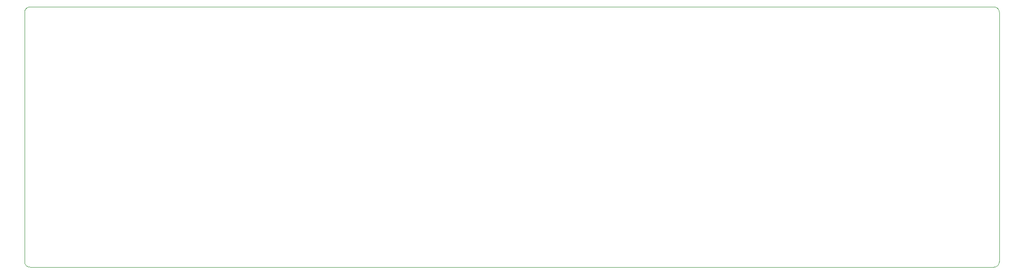
<source format=gm1>
G04 #@! TF.GenerationSoftware,KiCad,Pcbnew,6.0.7-1.fc36*
G04 #@! TF.CreationDate,2023-03-25T12:13:33+11:00*
G04 #@! TF.ProjectId,MOOD-Motherboard-r0.1.1,4d4f4f44-2d4d-46f7-9468-6572626f6172,rev?*
G04 #@! TF.SameCoordinates,Original*
G04 #@! TF.FileFunction,Profile,NP*
%FSLAX46Y46*%
G04 Gerber Fmt 4.6, Leading zero omitted, Abs format (unit mm)*
G04 Created by KiCad (PCBNEW 6.0.7-1.fc36) date 2023-03-25 12:13:33*
%MOMM*%
%LPD*%
G01*
G04 APERTURE LIST*
G04 #@! TA.AperFunction,Profile*
%ADD10C,0.100000*%
G04 #@! TD*
G04 APERTURE END LIST*
D10*
X82000000Y-26000000D02*
G75*
G03*
X81000000Y-27000000I0J-1000000D01*
G01*
X81000000Y-73500000D02*
G75*
G03*
X82000000Y-74500000I1000000J0D01*
G01*
X261000000Y-26000000D02*
X82000000Y-26000000D01*
X82000000Y-74500000D02*
X261000000Y-74500000D01*
X262000000Y-27000000D02*
G75*
G03*
X261000000Y-26000000I-1000000J0D01*
G01*
X262000000Y-73500000D02*
X262000000Y-27000000D01*
X261000000Y-74500000D02*
G75*
G03*
X262000000Y-73500000I0J1000000D01*
G01*
X81000000Y-27000000D02*
X81000000Y-73500000D01*
M02*

</source>
